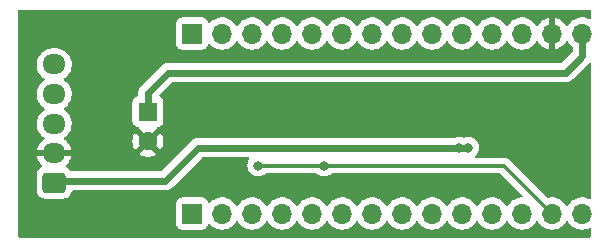
<source format=gbr>
%TF.GenerationSoftware,KiCad,Pcbnew,(6.0.1)*%
%TF.CreationDate,2022-02-11T11:56:36-05:00*%
%TF.ProjectId,POVshield-V3,504f5673-6869-4656-9c64-2d56332e6b69,rev?*%
%TF.SameCoordinates,Original*%
%TF.FileFunction,Copper,L2,Bot*%
%TF.FilePolarity,Positive*%
%FSLAX46Y46*%
G04 Gerber Fmt 4.6, Leading zero omitted, Abs format (unit mm)*
G04 Created by KiCad (PCBNEW (6.0.1)) date 2022-02-11 11:56:36*
%MOMM*%
%LPD*%
G01*
G04 APERTURE LIST*
G04 Aperture macros list*
%AMRoundRect*
0 Rectangle with rounded corners*
0 $1 Rounding radius*
0 $2 $3 $4 $5 $6 $7 $8 $9 X,Y pos of 4 corners*
0 Add a 4 corners polygon primitive as box body*
4,1,4,$2,$3,$4,$5,$6,$7,$8,$9,$2,$3,0*
0 Add four circle primitives for the rounded corners*
1,1,$1+$1,$2,$3*
1,1,$1+$1,$4,$5*
1,1,$1+$1,$6,$7*
1,1,$1+$1,$8,$9*
0 Add four rect primitives between the rounded corners*
20,1,$1+$1,$2,$3,$4,$5,0*
20,1,$1+$1,$4,$5,$6,$7,0*
20,1,$1+$1,$6,$7,$8,$9,0*
20,1,$1+$1,$8,$9,$2,$3,0*%
G04 Aperture macros list end*
%TA.AperFunction,ComponentPad*%
%ADD10C,0.500000*%
%TD*%
%TA.AperFunction,SMDPad,CuDef*%
%ADD11R,3.099999X2.410000*%
%TD*%
%TA.AperFunction,ComponentPad*%
%ADD12R,1.600000X1.600000*%
%TD*%
%TA.AperFunction,ComponentPad*%
%ADD13C,1.600000*%
%TD*%
%TA.AperFunction,ComponentPad*%
%ADD14RoundRect,0.250000X0.725000X-0.600000X0.725000X0.600000X-0.725000X0.600000X-0.725000X-0.600000X0*%
%TD*%
%TA.AperFunction,ComponentPad*%
%ADD15O,1.950000X1.700000*%
%TD*%
%TA.AperFunction,ComponentPad*%
%ADD16R,1.700000X1.700000*%
%TD*%
%TA.AperFunction,ComponentPad*%
%ADD17O,1.700000X1.700000*%
%TD*%
%TA.AperFunction,ViaPad*%
%ADD18C,0.800000*%
%TD*%
%TA.AperFunction,Conductor*%
%ADD19C,0.609600*%
%TD*%
%TA.AperFunction,Conductor*%
%ADD20C,0.304800*%
%TD*%
G04 APERTURE END LIST*
D10*
X118661002Y-100137000D03*
X117361005Y-102047000D03*
X117361005Y-100137000D03*
X116061007Y-102047000D03*
X118661002Y-102047000D03*
X116061007Y-100137000D03*
D11*
X117361005Y-101092000D03*
D12*
X87700000Y-100600000D03*
D13*
X87700000Y-103100000D03*
D14*
X79756000Y-106600000D03*
D15*
X79756000Y-104100000D03*
X79756000Y-101600000D03*
X79756000Y-99100000D03*
X79756000Y-96600000D03*
D16*
X91440000Y-93980000D03*
D17*
X93980000Y-93980000D03*
X96520000Y-93980000D03*
X99060000Y-93980000D03*
X101600000Y-93980000D03*
X104140000Y-93980000D03*
X106680000Y-93980000D03*
X109220000Y-93980000D03*
X111760000Y-93980000D03*
X114300000Y-93980000D03*
X116840000Y-93980000D03*
X119380000Y-93980000D03*
X121920000Y-93980000D03*
X124460000Y-93980000D03*
D16*
X91440000Y-109220000D03*
D17*
X93980000Y-109220000D03*
X96520000Y-109220000D03*
X99060000Y-109220000D03*
X101600000Y-109220000D03*
X104140000Y-109220000D03*
X106680000Y-109220000D03*
X109220000Y-109220000D03*
X111760000Y-109220000D03*
X114300000Y-109220000D03*
X116840000Y-109220000D03*
X119380000Y-109220000D03*
X121920000Y-109220000D03*
X124460000Y-109220000D03*
D18*
X113030000Y-100584000D03*
X101600000Y-106426000D03*
X114300000Y-100076000D03*
X121920000Y-101092000D03*
X120650000Y-101092000D03*
X122936000Y-100076000D03*
X120650000Y-102108000D03*
X121920000Y-102108000D03*
X122936000Y-102108000D03*
X109728000Y-106680000D03*
X114300000Y-102108000D03*
X114300000Y-101092000D03*
X120650000Y-100076000D03*
X112014000Y-100584000D03*
X122936000Y-101092000D03*
X102108000Y-99568000D03*
X121920000Y-100076000D03*
X102616000Y-105156000D03*
X97028000Y-105156000D03*
X114808000Y-103632000D03*
X114046000Y-103632000D03*
D19*
X89408000Y-97282000D02*
X87700000Y-98990000D01*
X91694000Y-97282000D02*
X89408000Y-97282000D01*
X91694000Y-97282000D02*
X123063000Y-97282000D01*
X87700000Y-98990000D02*
X87700000Y-100600000D01*
X124460000Y-95885000D02*
X124460000Y-93980000D01*
X123063000Y-97282000D02*
X124460000Y-95885000D01*
D20*
X117866089Y-105166089D02*
X121920000Y-109220000D01*
X102626089Y-105166089D02*
X117866089Y-105166089D01*
X102616000Y-105156000D02*
X102626089Y-105166089D01*
X102616000Y-105156000D02*
X97028000Y-105156000D01*
D19*
X91948000Y-103632000D02*
X114808000Y-103632000D01*
X79659000Y-106426000D02*
X89154000Y-106426000D01*
X89154000Y-106426000D02*
X91948000Y-103632000D01*
%TA.AperFunction,Conductor*%
G36*
X125164121Y-91968002D02*
G01*
X125210614Y-92021658D01*
X125222000Y-92074000D01*
X125222000Y-92635337D01*
X125201998Y-92703458D01*
X125148342Y-92749951D01*
X125078068Y-92760055D01*
X125035107Y-92745646D01*
X125018789Y-92736638D01*
X125013920Y-92734914D01*
X125013916Y-92734912D01*
X124813087Y-92663795D01*
X124813083Y-92663794D01*
X124808212Y-92662069D01*
X124803119Y-92661162D01*
X124803116Y-92661161D01*
X124593373Y-92623800D01*
X124593367Y-92623799D01*
X124588284Y-92622894D01*
X124514452Y-92621992D01*
X124370081Y-92620228D01*
X124370079Y-92620228D01*
X124364911Y-92620165D01*
X124144091Y-92653955D01*
X123931756Y-92723357D01*
X123733607Y-92826507D01*
X123729474Y-92829610D01*
X123729471Y-92829612D01*
X123559100Y-92957530D01*
X123554965Y-92960635D01*
X123551393Y-92964373D01*
X123443729Y-93077037D01*
X123400629Y-93122138D01*
X123293204Y-93279618D01*
X123292898Y-93280066D01*
X123237987Y-93325069D01*
X123167462Y-93333240D01*
X123103715Y-93301986D01*
X123083018Y-93277502D01*
X123002426Y-93152926D01*
X122996136Y-93144757D01*
X122852806Y-92987240D01*
X122845273Y-92980215D01*
X122678139Y-92848222D01*
X122669552Y-92842517D01*
X122483117Y-92739599D01*
X122473705Y-92735369D01*
X122272959Y-92664280D01*
X122262988Y-92661646D01*
X122191837Y-92648972D01*
X122178540Y-92650432D01*
X122174000Y-92664989D01*
X122174000Y-95298517D01*
X122178064Y-95312359D01*
X122191478Y-95314393D01*
X122198184Y-95313534D01*
X122208262Y-95311392D01*
X122412255Y-95250191D01*
X122421842Y-95246433D01*
X122613095Y-95152739D01*
X122621945Y-95147464D01*
X122795328Y-95023792D01*
X122803200Y-95017139D01*
X122954052Y-94866812D01*
X122960730Y-94858965D01*
X123088022Y-94681819D01*
X123089279Y-94682722D01*
X123136373Y-94639362D01*
X123206311Y-94627145D01*
X123271751Y-94654678D01*
X123299579Y-94686511D01*
X123359987Y-94785088D01*
X123506250Y-94953938D01*
X123510225Y-94957238D01*
X123510228Y-94957241D01*
X123601185Y-95032755D01*
X123640820Y-95091658D01*
X123646700Y-95129699D01*
X123646700Y-95495930D01*
X123626698Y-95564051D01*
X123609795Y-95585025D01*
X122763025Y-96431795D01*
X122700713Y-96465821D01*
X122673930Y-96468700D01*
X89417263Y-96468700D01*
X89415944Y-96468693D01*
X89325291Y-96467744D01*
X89318405Y-96469233D01*
X89318403Y-96469233D01*
X89299670Y-96473284D01*
X89282630Y-96476968D01*
X89270051Y-96479028D01*
X89233671Y-96483108D01*
X89233668Y-96483109D01*
X89226675Y-96483893D01*
X89194774Y-96495002D01*
X89179964Y-96499164D01*
X89153839Y-96504812D01*
X89153836Y-96504813D01*
X89146949Y-96506302D01*
X89140562Y-96509280D01*
X89140560Y-96509281D01*
X89107390Y-96524749D01*
X89095581Y-96529545D01*
X89054361Y-96543899D01*
X89048386Y-96547633D01*
X89048381Y-96547635D01*
X89025720Y-96561795D01*
X89012201Y-96569136D01*
X88987963Y-96580438D01*
X88987959Y-96580440D01*
X88981582Y-96583414D01*
X88976023Y-96587726D01*
X88976015Y-96587731D01*
X88947092Y-96610167D01*
X88936634Y-96617463D01*
X88899624Y-96640589D01*
X88894624Y-96645555D01*
X88894622Y-96645556D01*
X88870656Y-96669356D01*
X88870018Y-96669953D01*
X88869347Y-96670473D01*
X88843089Y-96696731D01*
X88770154Y-96769159D01*
X88769494Y-96770200D01*
X88768385Y-96771435D01*
X87131531Y-98408289D01*
X87130594Y-98409218D01*
X87065750Y-98472718D01*
X87061936Y-98478636D01*
X87061932Y-98478641D01*
X87042105Y-98509407D01*
X87034666Y-98519760D01*
X87007437Y-98553869D01*
X87004372Y-98560209D01*
X87004369Y-98560214D01*
X86992735Y-98584279D01*
X86985208Y-98597692D01*
X86970726Y-98620164D01*
X86970723Y-98620171D01*
X86966908Y-98626090D01*
X86964498Y-98632710D01*
X86964498Y-98632711D01*
X86951979Y-98667107D01*
X86947018Y-98678851D01*
X86932826Y-98708209D01*
X86928023Y-98718144D01*
X86920423Y-98751064D01*
X86916057Y-98765799D01*
X86906911Y-98790928D01*
X86906909Y-98790934D01*
X86904502Y-98797549D01*
X86902611Y-98812516D01*
X86899031Y-98840859D01*
X86896797Y-98853400D01*
X86886978Y-98895930D01*
X86886953Y-98902976D01*
X86886953Y-98902979D01*
X86886835Y-98936741D01*
X86886805Y-98937634D01*
X86886700Y-98938470D01*
X86886700Y-98975560D01*
X86886341Y-99078392D01*
X86886611Y-99079598D01*
X86886700Y-99081247D01*
X86886700Y-99176648D01*
X86866698Y-99244769D01*
X86813042Y-99291262D01*
X86794076Y-99297778D01*
X86789684Y-99298255D01*
X86653295Y-99349385D01*
X86536739Y-99436739D01*
X86449385Y-99553295D01*
X86398255Y-99689684D01*
X86391500Y-99751866D01*
X86391500Y-101448134D01*
X86398255Y-101510316D01*
X86449385Y-101646705D01*
X86536739Y-101763261D01*
X86653295Y-101850615D01*
X86789684Y-101901745D01*
X86833252Y-101906478D01*
X86848486Y-101908133D01*
X86848489Y-101908133D01*
X86851866Y-101908500D01*
X86855185Y-101908500D01*
X86922110Y-101932153D01*
X86957804Y-101978156D01*
X86959734Y-101977141D01*
X86965442Y-101988000D01*
X86965632Y-101988245D01*
X86965653Y-101988403D01*
X86985644Y-102026434D01*
X87687188Y-102727978D01*
X87701132Y-102735592D01*
X87702965Y-102735461D01*
X87709580Y-102731210D01*
X88415077Y-102025713D01*
X88437871Y-101983971D01*
X88440047Y-101973971D01*
X88490253Y-101923773D01*
X88543814Y-101908549D01*
X88544719Y-101908500D01*
X88548134Y-101908500D01*
X88551530Y-101908131D01*
X88551532Y-101908131D01*
X88563879Y-101906790D01*
X88610316Y-101901745D01*
X88746705Y-101850615D01*
X88863261Y-101763261D01*
X88950615Y-101646705D01*
X89001745Y-101510316D01*
X89008500Y-101448134D01*
X89008500Y-99751866D01*
X89001745Y-99689684D01*
X88950615Y-99553295D01*
X88863261Y-99436739D01*
X88746705Y-99349385D01*
X88738297Y-99346233D01*
X88730425Y-99341923D01*
X88731853Y-99339315D01*
X88687053Y-99305659D01*
X88662355Y-99239097D01*
X88677564Y-99169748D01*
X88698954Y-99141226D01*
X89707975Y-98132205D01*
X89770287Y-98098179D01*
X89797070Y-98095300D01*
X123053783Y-98095300D01*
X123055104Y-98095307D01*
X123145709Y-98096256D01*
X123188370Y-98087032D01*
X123200949Y-98084972D01*
X123237329Y-98080892D01*
X123237332Y-98080891D01*
X123244325Y-98080107D01*
X123276226Y-98068998D01*
X123291036Y-98064836D01*
X123324051Y-98057698D01*
X123330440Y-98054719D01*
X123363619Y-98039248D01*
X123375429Y-98034452D01*
X123416639Y-98020101D01*
X123445283Y-98002202D01*
X123458792Y-97994867D01*
X123489419Y-97980585D01*
X123523910Y-97953831D01*
X123534366Y-97946537D01*
X123565400Y-97927145D01*
X123571376Y-97923411D01*
X123600344Y-97894644D01*
X123600982Y-97894047D01*
X123601653Y-97893527D01*
X123627911Y-97867269D01*
X123700846Y-97794841D01*
X123701506Y-97793800D01*
X123702615Y-97792565D01*
X125006905Y-96488275D01*
X125069217Y-96454249D01*
X125140032Y-96459314D01*
X125196868Y-96501861D01*
X125221679Y-96568381D01*
X125222000Y-96577370D01*
X125222000Y-107875337D01*
X125201998Y-107943458D01*
X125148342Y-107989951D01*
X125078068Y-108000055D01*
X125035107Y-107985646D01*
X125018789Y-107976638D01*
X125013920Y-107974914D01*
X125013916Y-107974912D01*
X124813087Y-107903795D01*
X124813083Y-107903794D01*
X124808212Y-107902069D01*
X124803119Y-107901162D01*
X124803116Y-107901161D01*
X124593373Y-107863800D01*
X124593367Y-107863799D01*
X124588284Y-107862894D01*
X124514452Y-107861992D01*
X124370081Y-107860228D01*
X124370079Y-107860228D01*
X124364911Y-107860165D01*
X124144091Y-107893955D01*
X123931756Y-107963357D01*
X123733607Y-108066507D01*
X123729474Y-108069610D01*
X123729471Y-108069612D01*
X123559100Y-108197530D01*
X123554965Y-108200635D01*
X123551393Y-108204373D01*
X123443729Y-108317037D01*
X123400629Y-108362138D01*
X123293201Y-108519621D01*
X123238293Y-108564621D01*
X123167768Y-108572792D01*
X123104021Y-108541538D01*
X123083324Y-108517054D01*
X123002822Y-108392617D01*
X123002820Y-108392614D01*
X123000014Y-108388277D01*
X122849670Y-108223051D01*
X122845619Y-108219852D01*
X122845615Y-108219848D01*
X122678414Y-108087800D01*
X122678410Y-108087798D01*
X122674359Y-108084598D01*
X122478789Y-107976638D01*
X122473920Y-107974914D01*
X122473916Y-107974912D01*
X122273087Y-107903795D01*
X122273083Y-107903794D01*
X122268212Y-107902069D01*
X122263119Y-107901162D01*
X122263116Y-107901161D01*
X122053373Y-107863800D01*
X122053367Y-107863799D01*
X122048284Y-107862894D01*
X121974452Y-107861992D01*
X121830081Y-107860228D01*
X121830079Y-107860228D01*
X121824911Y-107860165D01*
X121604091Y-107893955D01*
X121603806Y-107892093D01*
X121541055Y-107888829D01*
X121493689Y-107859035D01*
X118352703Y-104718050D01*
X118346849Y-104711784D01*
X118316559Y-104677062D01*
X118311565Y-104671337D01*
X118262987Y-104637196D01*
X118257693Y-104633264D01*
X118216944Y-104601312D01*
X118216945Y-104601312D01*
X118210968Y-104596626D01*
X118204044Y-104593500D01*
X118197913Y-104589787D01*
X118193293Y-104587151D01*
X118186911Y-104583729D01*
X118180692Y-104579358D01*
X118125375Y-104557790D01*
X118119296Y-104555235D01*
X118065177Y-104530800D01*
X118057701Y-104529414D01*
X118050823Y-104527259D01*
X118045698Y-104525799D01*
X118038734Y-104524011D01*
X118031655Y-104521251D01*
X118024123Y-104520259D01*
X118024121Y-104520259D01*
X117998893Y-104516938D01*
X117972789Y-104513502D01*
X117966291Y-104512473D01*
X117907892Y-104501649D01*
X117900312Y-104502086D01*
X117900311Y-104502086D01*
X117850122Y-104504980D01*
X117842869Y-104505189D01*
X115527284Y-104505189D01*
X115459163Y-104485187D01*
X115412670Y-104431531D01*
X115402566Y-104361257D01*
X115433648Y-104294879D01*
X115542621Y-104173852D01*
X115542622Y-104173851D01*
X115547040Y-104168944D01*
X115642527Y-104003556D01*
X115701542Y-103821928D01*
X115702476Y-103813048D01*
X115720814Y-103638565D01*
X115721504Y-103632000D01*
X115707522Y-103498971D01*
X115702232Y-103448635D01*
X115702232Y-103448633D01*
X115701542Y-103442072D01*
X115642527Y-103260444D01*
X115547040Y-103095056D01*
X115481394Y-103022148D01*
X115423675Y-102958045D01*
X115423674Y-102958044D01*
X115419253Y-102953134D01*
X115264752Y-102840882D01*
X115258724Y-102838198D01*
X115258722Y-102838197D01*
X115096319Y-102765891D01*
X115096318Y-102765891D01*
X115090288Y-102763206D01*
X114989718Y-102741829D01*
X114909944Y-102724872D01*
X114909939Y-102724872D01*
X114903487Y-102723500D01*
X114712513Y-102723500D01*
X114706061Y-102724872D01*
X114706056Y-102724872D01*
X114567340Y-102754358D01*
X114525712Y-102763206D01*
X114519679Y-102765892D01*
X114519676Y-102765893D01*
X114478248Y-102784338D01*
X114407881Y-102793772D01*
X114375752Y-102784338D01*
X114334324Y-102765893D01*
X114334321Y-102765892D01*
X114328288Y-102763206D01*
X114286660Y-102754358D01*
X114147944Y-102724872D01*
X114147939Y-102724872D01*
X114141487Y-102723500D01*
X113950513Y-102723500D01*
X113944061Y-102724872D01*
X113944056Y-102724872D01*
X113864282Y-102741829D01*
X113763712Y-102763206D01*
X113757682Y-102765891D01*
X113757681Y-102765891D01*
X113663536Y-102807807D01*
X113612287Y-102818700D01*
X91957263Y-102818700D01*
X91955944Y-102818693D01*
X91865291Y-102817744D01*
X91858405Y-102819233D01*
X91858403Y-102819233D01*
X91839670Y-102823284D01*
X91822630Y-102826968D01*
X91810051Y-102829028D01*
X91773671Y-102833108D01*
X91773668Y-102833109D01*
X91766675Y-102833893D01*
X91735460Y-102844763D01*
X91734774Y-102845002D01*
X91719964Y-102849164D01*
X91693839Y-102854812D01*
X91693836Y-102854813D01*
X91686949Y-102856302D01*
X91680562Y-102859280D01*
X91680560Y-102859281D01*
X91647390Y-102874749D01*
X91635581Y-102879545D01*
X91594361Y-102893899D01*
X91588386Y-102897633D01*
X91588381Y-102897635D01*
X91565720Y-102911795D01*
X91552201Y-102919136D01*
X91527963Y-102930438D01*
X91527959Y-102930440D01*
X91521582Y-102933414D01*
X91516023Y-102937726D01*
X91516015Y-102937731D01*
X91487092Y-102960167D01*
X91476634Y-102967463D01*
X91439624Y-102990589D01*
X91434624Y-102995555D01*
X91434622Y-102995556D01*
X91410656Y-103019356D01*
X91410018Y-103019953D01*
X91409347Y-103020473D01*
X91383089Y-103046731D01*
X91323934Y-103105475D01*
X91310154Y-103119159D01*
X91309494Y-103120200D01*
X91308385Y-103121435D01*
X88854025Y-105575795D01*
X88791713Y-105609821D01*
X88764930Y-105612700D01*
X81203547Y-105612700D01*
X81135426Y-105592698D01*
X81096404Y-105553004D01*
X81079478Y-105525652D01*
X80954303Y-105400695D01*
X80808220Y-105310647D01*
X80760727Y-105257876D01*
X80749303Y-105187804D01*
X80777577Y-105122680D01*
X80787364Y-105112218D01*
X80897906Y-105006766D01*
X80904941Y-104998814D01*
X81036141Y-104822475D01*
X81041745Y-104813438D01*
X81141357Y-104617516D01*
X81145357Y-104607665D01*
X81210534Y-104397760D01*
X81212817Y-104387376D01*
X81214861Y-104371957D01*
X81212665Y-104357793D01*
X81199478Y-104354000D01*
X78314808Y-104354000D01*
X78301277Y-104357973D01*
X78299752Y-104368580D01*
X78324477Y-104486421D01*
X78327537Y-104496617D01*
X78408263Y-104701029D01*
X78412994Y-104710561D01*
X78527016Y-104898462D01*
X78533280Y-104907052D01*
X78677327Y-105073052D01*
X78684956Y-105080470D01*
X78716569Y-105106391D01*
X78756564Y-105165051D01*
X78758496Y-105236021D01*
X78721752Y-105296770D01*
X78702983Y-105310969D01*
X78556652Y-105401522D01*
X78431695Y-105526697D01*
X78338885Y-105677262D01*
X78283203Y-105845139D01*
X78272500Y-105949600D01*
X78272500Y-107250400D01*
X78272837Y-107253646D01*
X78272837Y-107253650D01*
X78281931Y-107341290D01*
X78283474Y-107356166D01*
X78339450Y-107523946D01*
X78432522Y-107674348D01*
X78557697Y-107799305D01*
X78563927Y-107803145D01*
X78563928Y-107803146D01*
X78701090Y-107887694D01*
X78708262Y-107892115D01*
X78769869Y-107912549D01*
X78869611Y-107945632D01*
X78869613Y-107945632D01*
X78876139Y-107947797D01*
X78882975Y-107948497D01*
X78882978Y-107948498D01*
X78926031Y-107952909D01*
X78980600Y-107958500D01*
X80531400Y-107958500D01*
X80534646Y-107958163D01*
X80534650Y-107958163D01*
X80630308Y-107948238D01*
X80630312Y-107948237D01*
X80637166Y-107947526D01*
X80643702Y-107945345D01*
X80643704Y-107945345D01*
X80792921Y-107895562D01*
X80804946Y-107891550D01*
X80955348Y-107798478D01*
X81080305Y-107673303D01*
X81173115Y-107522738D01*
X81228797Y-107354861D01*
X81229498Y-107348022D01*
X81230941Y-107341290D01*
X81233393Y-107341816D01*
X81255874Y-107286743D01*
X81313984Y-107245953D01*
X81354387Y-107239300D01*
X89144783Y-107239300D01*
X89146104Y-107239307D01*
X89236709Y-107240256D01*
X89279370Y-107231032D01*
X89291949Y-107228972D01*
X89328329Y-107224892D01*
X89328332Y-107224891D01*
X89335325Y-107224107D01*
X89367226Y-107212998D01*
X89382036Y-107208836D01*
X89415051Y-107201698D01*
X89421440Y-107198719D01*
X89454619Y-107183248D01*
X89466429Y-107178452D01*
X89507639Y-107164101D01*
X89536283Y-107146202D01*
X89549792Y-107138867D01*
X89580419Y-107124585D01*
X89614910Y-107097831D01*
X89625366Y-107090537D01*
X89656400Y-107071145D01*
X89662376Y-107067411D01*
X89691344Y-107038644D01*
X89691982Y-107038047D01*
X89692653Y-107037527D01*
X89718911Y-107011269D01*
X89791846Y-106938841D01*
X89792506Y-106937800D01*
X89793615Y-106936565D01*
X92247975Y-104482205D01*
X92310287Y-104448179D01*
X92337070Y-104445300D01*
X96171040Y-104445300D01*
X96239161Y-104465302D01*
X96285654Y-104518958D01*
X96295758Y-104589232D01*
X96280159Y-104634299D01*
X96193473Y-104784444D01*
X96134458Y-104966072D01*
X96114496Y-105156000D01*
X96115186Y-105162565D01*
X96130460Y-105307885D01*
X96134458Y-105345928D01*
X96193473Y-105527556D01*
X96288960Y-105692944D01*
X96293378Y-105697851D01*
X96293379Y-105697852D01*
X96409839Y-105827194D01*
X96416747Y-105834866D01*
X96571248Y-105947118D01*
X96577276Y-105949802D01*
X96577278Y-105949803D01*
X96584048Y-105952817D01*
X96745712Y-106024794D01*
X96839113Y-106044647D01*
X96926056Y-106063128D01*
X96926061Y-106063128D01*
X96932513Y-106064500D01*
X97123487Y-106064500D01*
X97129939Y-106063128D01*
X97129944Y-106063128D01*
X97216887Y-106044647D01*
X97310288Y-106024794D01*
X97471952Y-105952817D01*
X97478722Y-105949803D01*
X97478724Y-105949802D01*
X97484752Y-105947118D01*
X97615701Y-105851978D01*
X97630860Y-105840964D01*
X97697728Y-105817106D01*
X97704921Y-105816900D01*
X101939079Y-105816900D01*
X102007200Y-105836902D01*
X102013140Y-105840964D01*
X102028300Y-105851978D01*
X102159248Y-105947118D01*
X102165276Y-105949802D01*
X102165278Y-105949803D01*
X102172048Y-105952817D01*
X102333712Y-106024794D01*
X102427113Y-106044647D01*
X102514056Y-106063128D01*
X102514061Y-106063128D01*
X102520513Y-106064500D01*
X102711487Y-106064500D01*
X102717939Y-106063128D01*
X102717944Y-106063128D01*
X102804887Y-106044647D01*
X102898288Y-106024794D01*
X103059952Y-105952817D01*
X103066722Y-105949803D01*
X103066724Y-105949802D01*
X103072752Y-105947118D01*
X103187300Y-105863894D01*
X103204974Y-105851053D01*
X103271842Y-105827194D01*
X103279035Y-105826989D01*
X117540145Y-105826989D01*
X117608266Y-105846991D01*
X117629240Y-105863894D01*
X119410857Y-107645510D01*
X119444882Y-107707822D01*
X119439818Y-107778637D01*
X119397271Y-107835473D01*
X119330751Y-107860284D01*
X119320224Y-107860596D01*
X119290081Y-107860228D01*
X119290079Y-107860228D01*
X119284911Y-107860165D01*
X119064091Y-107893955D01*
X118851756Y-107963357D01*
X118653607Y-108066507D01*
X118649474Y-108069610D01*
X118649471Y-108069612D01*
X118479100Y-108197530D01*
X118474965Y-108200635D01*
X118471393Y-108204373D01*
X118363729Y-108317037D01*
X118320629Y-108362138D01*
X118213201Y-108519621D01*
X118158293Y-108564621D01*
X118087768Y-108572792D01*
X118024021Y-108541538D01*
X118003324Y-108517054D01*
X117922822Y-108392617D01*
X117922820Y-108392614D01*
X117920014Y-108388277D01*
X117769670Y-108223051D01*
X117765619Y-108219852D01*
X117765615Y-108219848D01*
X117598414Y-108087800D01*
X117598410Y-108087798D01*
X117594359Y-108084598D01*
X117398789Y-107976638D01*
X117393920Y-107974914D01*
X117393916Y-107974912D01*
X117193087Y-107903795D01*
X117193083Y-107903794D01*
X117188212Y-107902069D01*
X117183119Y-107901162D01*
X117183116Y-107901161D01*
X116973373Y-107863800D01*
X116973367Y-107863799D01*
X116968284Y-107862894D01*
X116894452Y-107861992D01*
X116750081Y-107860228D01*
X116750079Y-107860228D01*
X116744911Y-107860165D01*
X116524091Y-107893955D01*
X116311756Y-107963357D01*
X116113607Y-108066507D01*
X116109474Y-108069610D01*
X116109471Y-108069612D01*
X115939100Y-108197530D01*
X115934965Y-108200635D01*
X115931393Y-108204373D01*
X115823729Y-108317037D01*
X115780629Y-108362138D01*
X115673201Y-108519621D01*
X115618293Y-108564621D01*
X115547768Y-108572792D01*
X115484021Y-108541538D01*
X115463324Y-108517054D01*
X115382822Y-108392617D01*
X115382820Y-108392614D01*
X115380014Y-108388277D01*
X115229670Y-108223051D01*
X115225619Y-108219852D01*
X115225615Y-108219848D01*
X115058414Y-108087800D01*
X115058410Y-108087798D01*
X115054359Y-108084598D01*
X114858789Y-107976638D01*
X114853920Y-107974914D01*
X114853916Y-107974912D01*
X114653087Y-107903795D01*
X114653083Y-107903794D01*
X114648212Y-107902069D01*
X114643119Y-107901162D01*
X114643116Y-107901161D01*
X114433373Y-107863800D01*
X114433367Y-107863799D01*
X114428284Y-107862894D01*
X114354452Y-107861992D01*
X114210081Y-107860228D01*
X114210079Y-107860228D01*
X114204911Y-107860165D01*
X113984091Y-107893955D01*
X113771756Y-107963357D01*
X113573607Y-108066507D01*
X113569474Y-108069610D01*
X113569471Y-108069612D01*
X113399100Y-108197530D01*
X113394965Y-108200635D01*
X113391393Y-108204373D01*
X113283729Y-108317037D01*
X113240629Y-108362138D01*
X113133201Y-108519621D01*
X113078293Y-108564621D01*
X113007768Y-108572792D01*
X112944021Y-108541538D01*
X112923324Y-108517054D01*
X112842822Y-108392617D01*
X112842820Y-108392614D01*
X112840014Y-108388277D01*
X112689670Y-108223051D01*
X112685619Y-108219852D01*
X112685615Y-108219848D01*
X112518414Y-108087800D01*
X112518410Y-108087798D01*
X112514359Y-108084598D01*
X112318789Y-107976638D01*
X112313920Y-107974914D01*
X112313916Y-107974912D01*
X112113087Y-107903795D01*
X112113083Y-107903794D01*
X112108212Y-107902069D01*
X112103119Y-107901162D01*
X112103116Y-107901161D01*
X111893373Y-107863800D01*
X111893367Y-107863799D01*
X111888284Y-107862894D01*
X111814452Y-107861992D01*
X111670081Y-107860228D01*
X111670079Y-107860228D01*
X111664911Y-107860165D01*
X111444091Y-107893955D01*
X111231756Y-107963357D01*
X111033607Y-108066507D01*
X111029474Y-108069610D01*
X111029471Y-108069612D01*
X110859100Y-108197530D01*
X110854965Y-108200635D01*
X110851393Y-108204373D01*
X110743729Y-108317037D01*
X110700629Y-108362138D01*
X110593201Y-108519621D01*
X110538293Y-108564621D01*
X110467768Y-108572792D01*
X110404021Y-108541538D01*
X110383324Y-108517054D01*
X110302822Y-108392617D01*
X110302820Y-108392614D01*
X110300014Y-108388277D01*
X110149670Y-108223051D01*
X110145619Y-108219852D01*
X110145615Y-108219848D01*
X109978414Y-108087800D01*
X109978410Y-108087798D01*
X109974359Y-108084598D01*
X109778789Y-107976638D01*
X109773920Y-107974914D01*
X109773916Y-107974912D01*
X109573087Y-107903795D01*
X109573083Y-107903794D01*
X109568212Y-107902069D01*
X109563119Y-107901162D01*
X109563116Y-107901161D01*
X109353373Y-107863800D01*
X109353367Y-107863799D01*
X109348284Y-107862894D01*
X109274452Y-107861992D01*
X109130081Y-107860228D01*
X109130079Y-107860228D01*
X109124911Y-107860165D01*
X108904091Y-107893955D01*
X108691756Y-107963357D01*
X108493607Y-108066507D01*
X108489474Y-108069610D01*
X108489471Y-108069612D01*
X108319100Y-108197530D01*
X108314965Y-108200635D01*
X108311393Y-108204373D01*
X108203729Y-108317037D01*
X108160629Y-108362138D01*
X108053201Y-108519621D01*
X107998293Y-108564621D01*
X107927768Y-108572792D01*
X107864021Y-108541538D01*
X107843324Y-108517054D01*
X107762822Y-108392617D01*
X107762820Y-108392614D01*
X107760014Y-108388277D01*
X107609670Y-108223051D01*
X107605619Y-108219852D01*
X107605615Y-108219848D01*
X107438414Y-108087800D01*
X107438410Y-108087798D01*
X107434359Y-108084598D01*
X107238789Y-107976638D01*
X107233920Y-107974914D01*
X107233916Y-107974912D01*
X107033087Y-107903795D01*
X107033083Y-107903794D01*
X107028212Y-107902069D01*
X107023119Y-107901162D01*
X107023116Y-107901161D01*
X106813373Y-107863800D01*
X106813367Y-107863799D01*
X106808284Y-107862894D01*
X106734452Y-107861992D01*
X106590081Y-107860228D01*
X106590079Y-107860228D01*
X106584911Y-107860165D01*
X106364091Y-107893955D01*
X106151756Y-107963357D01*
X105953607Y-108066507D01*
X105949474Y-108069610D01*
X105949471Y-108069612D01*
X105779100Y-108197530D01*
X105774965Y-108200635D01*
X105771393Y-108204373D01*
X105663729Y-108317037D01*
X105620629Y-108362138D01*
X105513201Y-108519621D01*
X105458293Y-108564621D01*
X105387768Y-108572792D01*
X105324021Y-108541538D01*
X105303324Y-108517054D01*
X105222822Y-108392617D01*
X105222820Y-108392614D01*
X105220014Y-108388277D01*
X105069670Y-108223051D01*
X105065619Y-108219852D01*
X105065615Y-108219848D01*
X104898414Y-108087800D01*
X104898410Y-108087798D01*
X104894359Y-108084598D01*
X104698789Y-107976638D01*
X104693920Y-107974914D01*
X104693916Y-107974912D01*
X104493087Y-107903795D01*
X104493083Y-107903794D01*
X104488212Y-107902069D01*
X104483119Y-107901162D01*
X104483116Y-107901161D01*
X104273373Y-107863800D01*
X104273367Y-107863799D01*
X104268284Y-107862894D01*
X104194452Y-107861992D01*
X104050081Y-107860228D01*
X104050079Y-107860228D01*
X104044911Y-107860165D01*
X103824091Y-107893955D01*
X103611756Y-107963357D01*
X103413607Y-108066507D01*
X103409474Y-108069610D01*
X103409471Y-108069612D01*
X103239100Y-108197530D01*
X103234965Y-108200635D01*
X103231393Y-108204373D01*
X103123729Y-108317037D01*
X103080629Y-108362138D01*
X102973201Y-108519621D01*
X102918293Y-108564621D01*
X102847768Y-108572792D01*
X102784021Y-108541538D01*
X102763324Y-108517054D01*
X102682822Y-108392617D01*
X102682820Y-108392614D01*
X102680014Y-108388277D01*
X102529670Y-108223051D01*
X102525619Y-108219852D01*
X102525615Y-108219848D01*
X102358414Y-108087800D01*
X102358410Y-108087798D01*
X102354359Y-108084598D01*
X102158789Y-107976638D01*
X102153920Y-107974914D01*
X102153916Y-107974912D01*
X101953087Y-107903795D01*
X101953083Y-107903794D01*
X101948212Y-107902069D01*
X101943119Y-107901162D01*
X101943116Y-107901161D01*
X101733373Y-107863800D01*
X101733367Y-107863799D01*
X101728284Y-107862894D01*
X101654452Y-107861992D01*
X101510081Y-107860228D01*
X101510079Y-107860228D01*
X101504911Y-107860165D01*
X101284091Y-107893955D01*
X101071756Y-107963357D01*
X100873607Y-108066507D01*
X100869474Y-108069610D01*
X100869471Y-108069612D01*
X100699100Y-108197530D01*
X100694965Y-108200635D01*
X100691393Y-108204373D01*
X100583729Y-108317037D01*
X100540629Y-108362138D01*
X100433201Y-108519621D01*
X100378293Y-108564621D01*
X100307768Y-108572792D01*
X100244021Y-108541538D01*
X100223324Y-108517054D01*
X100142822Y-108392617D01*
X100142820Y-108392614D01*
X100140014Y-108388277D01*
X99989670Y-108223051D01*
X99985619Y-108219852D01*
X99985615Y-108219848D01*
X99818414Y-108087800D01*
X99818410Y-108087798D01*
X99814359Y-108084598D01*
X99618789Y-107976638D01*
X99613920Y-107974914D01*
X99613916Y-107974912D01*
X99413087Y-107903795D01*
X99413083Y-107903794D01*
X99408212Y-107902069D01*
X99403119Y-107901162D01*
X99403116Y-107901161D01*
X99193373Y-107863800D01*
X99193367Y-107863799D01*
X99188284Y-107862894D01*
X99114452Y-107861992D01*
X98970081Y-107860228D01*
X98970079Y-107860228D01*
X98964911Y-107860165D01*
X98744091Y-107893955D01*
X98531756Y-107963357D01*
X98333607Y-108066507D01*
X98329474Y-108069610D01*
X98329471Y-108069612D01*
X98159100Y-108197530D01*
X98154965Y-108200635D01*
X98151393Y-108204373D01*
X98043729Y-108317037D01*
X98000629Y-108362138D01*
X97893201Y-108519621D01*
X97838293Y-108564621D01*
X97767768Y-108572792D01*
X97704021Y-108541538D01*
X97683324Y-108517054D01*
X97602822Y-108392617D01*
X97602820Y-108392614D01*
X97600014Y-108388277D01*
X97449670Y-108223051D01*
X97445619Y-108219852D01*
X97445615Y-108219848D01*
X97278414Y-108087800D01*
X97278410Y-108087798D01*
X97274359Y-108084598D01*
X97078789Y-107976638D01*
X97073920Y-107974914D01*
X97073916Y-107974912D01*
X96873087Y-107903795D01*
X96873083Y-107903794D01*
X96868212Y-107902069D01*
X96863119Y-107901162D01*
X96863116Y-107901161D01*
X96653373Y-107863800D01*
X96653367Y-107863799D01*
X96648284Y-107862894D01*
X96574452Y-107861992D01*
X96430081Y-107860228D01*
X96430079Y-107860228D01*
X96424911Y-107860165D01*
X96204091Y-107893955D01*
X95991756Y-107963357D01*
X95793607Y-108066507D01*
X95789474Y-108069610D01*
X95789471Y-108069612D01*
X95619100Y-108197530D01*
X95614965Y-108200635D01*
X95611393Y-108204373D01*
X95503729Y-108317037D01*
X95460629Y-108362138D01*
X95353201Y-108519621D01*
X95298293Y-108564621D01*
X95227768Y-108572792D01*
X95164021Y-108541538D01*
X95143324Y-108517054D01*
X95062822Y-108392617D01*
X95062820Y-108392614D01*
X95060014Y-108388277D01*
X94909670Y-108223051D01*
X94905619Y-108219852D01*
X94905615Y-108219848D01*
X94738414Y-108087800D01*
X94738410Y-108087798D01*
X94734359Y-108084598D01*
X94538789Y-107976638D01*
X94533920Y-107974914D01*
X94533916Y-107974912D01*
X94333087Y-107903795D01*
X94333083Y-107903794D01*
X94328212Y-107902069D01*
X94323119Y-107901162D01*
X94323116Y-107901161D01*
X94113373Y-107863800D01*
X94113367Y-107863799D01*
X94108284Y-107862894D01*
X94034452Y-107861992D01*
X93890081Y-107860228D01*
X93890079Y-107860228D01*
X93884911Y-107860165D01*
X93664091Y-107893955D01*
X93451756Y-107963357D01*
X93253607Y-108066507D01*
X93249474Y-108069610D01*
X93249471Y-108069612D01*
X93079100Y-108197530D01*
X93074965Y-108200635D01*
X93018537Y-108259684D01*
X92994283Y-108285064D01*
X92932759Y-108320494D01*
X92861846Y-108317037D01*
X92804060Y-108275791D01*
X92785207Y-108242243D01*
X92743767Y-108131703D01*
X92740615Y-108123295D01*
X92653261Y-108006739D01*
X92536705Y-107919385D01*
X92400316Y-107868255D01*
X92338134Y-107861500D01*
X90541866Y-107861500D01*
X90479684Y-107868255D01*
X90343295Y-107919385D01*
X90226739Y-108006739D01*
X90139385Y-108123295D01*
X90088255Y-108259684D01*
X90081500Y-108321866D01*
X90081500Y-110118134D01*
X90088255Y-110180316D01*
X90139385Y-110316705D01*
X90226739Y-110433261D01*
X90343295Y-110520615D01*
X90479684Y-110571745D01*
X90541866Y-110578500D01*
X92338134Y-110578500D01*
X92400316Y-110571745D01*
X92536705Y-110520615D01*
X92653261Y-110433261D01*
X92740615Y-110316705D01*
X92762799Y-110257529D01*
X92784598Y-110199382D01*
X92827240Y-110142618D01*
X92893802Y-110117918D01*
X92963150Y-110133126D01*
X92997817Y-110161114D01*
X93026250Y-110193938D01*
X93198126Y-110336632D01*
X93391000Y-110449338D01*
X93599692Y-110529030D01*
X93604760Y-110530061D01*
X93604763Y-110530062D01*
X93712017Y-110551883D01*
X93818597Y-110573567D01*
X93823772Y-110573757D01*
X93823774Y-110573757D01*
X94036673Y-110581564D01*
X94036677Y-110581564D01*
X94041837Y-110581753D01*
X94046957Y-110581097D01*
X94046959Y-110581097D01*
X94258288Y-110554025D01*
X94258289Y-110554025D01*
X94263416Y-110553368D01*
X94268366Y-110551883D01*
X94472429Y-110490661D01*
X94472434Y-110490659D01*
X94477384Y-110489174D01*
X94677994Y-110390896D01*
X94859860Y-110261173D01*
X95018096Y-110103489D01*
X95148453Y-109922077D01*
X95149776Y-109923028D01*
X95196645Y-109879857D01*
X95266580Y-109867625D01*
X95332026Y-109895144D01*
X95359875Y-109926994D01*
X95419987Y-110025088D01*
X95566250Y-110193938D01*
X95738126Y-110336632D01*
X95931000Y-110449338D01*
X96139692Y-110529030D01*
X96144760Y-110530061D01*
X96144763Y-110530062D01*
X96252017Y-110551883D01*
X96358597Y-110573567D01*
X96363772Y-110573757D01*
X96363774Y-110573757D01*
X96576673Y-110581564D01*
X96576677Y-110581564D01*
X96581837Y-110581753D01*
X96586957Y-110581097D01*
X96586959Y-110581097D01*
X96798288Y-110554025D01*
X96798289Y-110554025D01*
X96803416Y-110553368D01*
X96808366Y-110551883D01*
X97012429Y-110490661D01*
X97012434Y-110490659D01*
X97017384Y-110489174D01*
X97217994Y-110390896D01*
X97399860Y-110261173D01*
X97558096Y-110103489D01*
X97688453Y-109922077D01*
X97689776Y-109923028D01*
X97736645Y-109879857D01*
X97806580Y-109867625D01*
X97872026Y-109895144D01*
X97899875Y-109926994D01*
X97959987Y-110025088D01*
X98106250Y-110193938D01*
X98278126Y-110336632D01*
X98471000Y-110449338D01*
X98679692Y-110529030D01*
X98684760Y-110530061D01*
X98684763Y-110530062D01*
X98792017Y-110551883D01*
X98898597Y-110573567D01*
X98903772Y-110573757D01*
X98903774Y-110573757D01*
X99116673Y-110581564D01*
X99116677Y-110581564D01*
X99121837Y-110581753D01*
X99126957Y-110581097D01*
X99126959Y-110581097D01*
X99338288Y-110554025D01*
X99338289Y-110554025D01*
X99343416Y-110553368D01*
X99348366Y-110551883D01*
X99552429Y-110490661D01*
X99552434Y-110490659D01*
X99557384Y-110489174D01*
X99757994Y-110390896D01*
X99939860Y-110261173D01*
X100098096Y-110103489D01*
X100228453Y-109922077D01*
X100229776Y-109923028D01*
X100276645Y-109879857D01*
X100346580Y-109867625D01*
X100412026Y-109895144D01*
X100439875Y-109926994D01*
X100499987Y-110025088D01*
X100646250Y-110193938D01*
X100818126Y-110336632D01*
X101011000Y-110449338D01*
X101219692Y-110529030D01*
X101224760Y-110530061D01*
X101224763Y-110530062D01*
X101332017Y-110551883D01*
X101438597Y-110573567D01*
X101443772Y-110573757D01*
X101443774Y-110573757D01*
X101656673Y-110581564D01*
X101656677Y-110581564D01*
X101661837Y-110581753D01*
X101666957Y-110581097D01*
X101666959Y-110581097D01*
X101878288Y-110554025D01*
X101878289Y-110554025D01*
X101883416Y-110553368D01*
X101888366Y-110551883D01*
X102092429Y-110490661D01*
X102092434Y-110490659D01*
X102097384Y-110489174D01*
X102297994Y-110390896D01*
X102479860Y-110261173D01*
X102638096Y-110103489D01*
X102768453Y-109922077D01*
X102769776Y-109923028D01*
X102816645Y-109879857D01*
X102886580Y-109867625D01*
X102952026Y-109895144D01*
X102979875Y-109926994D01*
X103039987Y-110025088D01*
X103186250Y-110193938D01*
X103358126Y-110336632D01*
X103551000Y-110449338D01*
X103759692Y-110529030D01*
X103764760Y-110530061D01*
X103764763Y-110530062D01*
X103872017Y-110551883D01*
X103978597Y-110573567D01*
X103983772Y-110573757D01*
X103983774Y-110573757D01*
X104196673Y-110581564D01*
X104196677Y-110581564D01*
X104201837Y-110581753D01*
X104206957Y-110581097D01*
X104206959Y-110581097D01*
X104418288Y-110554025D01*
X104418289Y-110554025D01*
X104423416Y-110553368D01*
X104428366Y-110551883D01*
X104632429Y-110490661D01*
X104632434Y-110490659D01*
X104637384Y-110489174D01*
X104837994Y-110390896D01*
X105019860Y-110261173D01*
X105178096Y-110103489D01*
X105308453Y-109922077D01*
X105309776Y-109923028D01*
X105356645Y-109879857D01*
X105426580Y-109867625D01*
X105492026Y-109895144D01*
X105519875Y-109926994D01*
X105579987Y-110025088D01*
X105726250Y-110193938D01*
X105898126Y-110336632D01*
X106091000Y-110449338D01*
X106299692Y-110529030D01*
X106304760Y-110530061D01*
X106304763Y-110530062D01*
X106412017Y-110551883D01*
X106518597Y-110573567D01*
X106523772Y-110573757D01*
X106523774Y-110573757D01*
X106736673Y-110581564D01*
X106736677Y-110581564D01*
X106741837Y-110581753D01*
X106746957Y-110581097D01*
X106746959Y-110581097D01*
X106958288Y-110554025D01*
X106958289Y-110554025D01*
X106963416Y-110553368D01*
X106968366Y-110551883D01*
X107172429Y-110490661D01*
X107172434Y-110490659D01*
X107177384Y-110489174D01*
X107377994Y-110390896D01*
X107559860Y-110261173D01*
X107718096Y-110103489D01*
X107848453Y-109922077D01*
X107849776Y-109923028D01*
X107896645Y-109879857D01*
X107966580Y-109867625D01*
X108032026Y-109895144D01*
X108059875Y-109926994D01*
X108119987Y-110025088D01*
X108266250Y-110193938D01*
X108438126Y-110336632D01*
X108631000Y-110449338D01*
X108839692Y-110529030D01*
X108844760Y-110530061D01*
X108844763Y-110530062D01*
X108952017Y-110551883D01*
X109058597Y-110573567D01*
X109063772Y-110573757D01*
X109063774Y-110573757D01*
X109276673Y-110581564D01*
X109276677Y-110581564D01*
X109281837Y-110581753D01*
X109286957Y-110581097D01*
X109286959Y-110581097D01*
X109498288Y-110554025D01*
X109498289Y-110554025D01*
X109503416Y-110553368D01*
X109508366Y-110551883D01*
X109712429Y-110490661D01*
X109712434Y-110490659D01*
X109717384Y-110489174D01*
X109917994Y-110390896D01*
X110099860Y-110261173D01*
X110258096Y-110103489D01*
X110388453Y-109922077D01*
X110389776Y-109923028D01*
X110436645Y-109879857D01*
X110506580Y-109867625D01*
X110572026Y-109895144D01*
X110599875Y-109926994D01*
X110659987Y-110025088D01*
X110806250Y-110193938D01*
X110978126Y-110336632D01*
X111171000Y-110449338D01*
X111379692Y-110529030D01*
X111384760Y-110530061D01*
X111384763Y-110530062D01*
X111492017Y-110551883D01*
X111598597Y-110573567D01*
X111603772Y-110573757D01*
X111603774Y-110573757D01*
X111816673Y-110581564D01*
X111816677Y-110581564D01*
X111821837Y-110581753D01*
X111826957Y-110581097D01*
X111826959Y-110581097D01*
X112038288Y-110554025D01*
X112038289Y-110554025D01*
X112043416Y-110553368D01*
X112048366Y-110551883D01*
X112252429Y-110490661D01*
X112252434Y-110490659D01*
X112257384Y-110489174D01*
X112457994Y-110390896D01*
X112639860Y-110261173D01*
X112798096Y-110103489D01*
X112928453Y-109922077D01*
X112929776Y-109923028D01*
X112976645Y-109879857D01*
X113046580Y-109867625D01*
X113112026Y-109895144D01*
X113139875Y-109926994D01*
X113199987Y-110025088D01*
X113346250Y-110193938D01*
X113518126Y-110336632D01*
X113711000Y-110449338D01*
X113919692Y-110529030D01*
X113924760Y-110530061D01*
X113924763Y-110530062D01*
X114032017Y-110551883D01*
X114138597Y-110573567D01*
X114143772Y-110573757D01*
X114143774Y-110573757D01*
X114356673Y-110581564D01*
X114356677Y-110581564D01*
X114361837Y-110581753D01*
X114366957Y-110581097D01*
X114366959Y-110581097D01*
X114578288Y-110554025D01*
X114578289Y-110554025D01*
X114583416Y-110553368D01*
X114588366Y-110551883D01*
X114792429Y-110490661D01*
X114792434Y-110490659D01*
X114797384Y-110489174D01*
X114997994Y-110390896D01*
X115179860Y-110261173D01*
X115338096Y-110103489D01*
X115468453Y-109922077D01*
X115469776Y-109923028D01*
X115516645Y-109879857D01*
X115586580Y-109867625D01*
X115652026Y-109895144D01*
X115679875Y-109926994D01*
X115739987Y-110025088D01*
X115886250Y-110193938D01*
X116058126Y-110336632D01*
X116251000Y-110449338D01*
X116459692Y-110529030D01*
X116464760Y-110530061D01*
X116464763Y-110530062D01*
X116572017Y-110551883D01*
X116678597Y-110573567D01*
X116683772Y-110573757D01*
X116683774Y-110573757D01*
X116896673Y-110581564D01*
X116896677Y-110581564D01*
X116901837Y-110581753D01*
X116906957Y-110581097D01*
X116906959Y-110581097D01*
X117118288Y-110554025D01*
X117118289Y-110554025D01*
X117123416Y-110553368D01*
X117128366Y-110551883D01*
X117332429Y-110490661D01*
X117332434Y-110490659D01*
X117337384Y-110489174D01*
X117537994Y-110390896D01*
X117719860Y-110261173D01*
X117878096Y-110103489D01*
X118008453Y-109922077D01*
X118009776Y-109923028D01*
X118056645Y-109879857D01*
X118126580Y-109867625D01*
X118192026Y-109895144D01*
X118219875Y-109926994D01*
X118279987Y-110025088D01*
X118426250Y-110193938D01*
X118598126Y-110336632D01*
X118791000Y-110449338D01*
X118999692Y-110529030D01*
X119004760Y-110530061D01*
X119004763Y-110530062D01*
X119112017Y-110551883D01*
X119218597Y-110573567D01*
X119223772Y-110573757D01*
X119223774Y-110573757D01*
X119436673Y-110581564D01*
X119436677Y-110581564D01*
X119441837Y-110581753D01*
X119446957Y-110581097D01*
X119446959Y-110581097D01*
X119658288Y-110554025D01*
X119658289Y-110554025D01*
X119663416Y-110553368D01*
X119668366Y-110551883D01*
X119872429Y-110490661D01*
X119872434Y-110490659D01*
X119877384Y-110489174D01*
X120077994Y-110390896D01*
X120259860Y-110261173D01*
X120418096Y-110103489D01*
X120548453Y-109922077D01*
X120549776Y-109923028D01*
X120596645Y-109879857D01*
X120666580Y-109867625D01*
X120732026Y-109895144D01*
X120759875Y-109926994D01*
X120819987Y-110025088D01*
X120966250Y-110193938D01*
X121138126Y-110336632D01*
X121331000Y-110449338D01*
X121539692Y-110529030D01*
X121544760Y-110530061D01*
X121544763Y-110530062D01*
X121652017Y-110551883D01*
X121758597Y-110573567D01*
X121763772Y-110573757D01*
X121763774Y-110573757D01*
X121976673Y-110581564D01*
X121976677Y-110581564D01*
X121981837Y-110581753D01*
X121986957Y-110581097D01*
X121986959Y-110581097D01*
X122198288Y-110554025D01*
X122198289Y-110554025D01*
X122203416Y-110553368D01*
X122208366Y-110551883D01*
X122412429Y-110490661D01*
X122412434Y-110490659D01*
X122417384Y-110489174D01*
X122617994Y-110390896D01*
X122799860Y-110261173D01*
X122958096Y-110103489D01*
X123088453Y-109922077D01*
X123089776Y-109923028D01*
X123136645Y-109879857D01*
X123206580Y-109867625D01*
X123272026Y-109895144D01*
X123299875Y-109926994D01*
X123359987Y-110025088D01*
X123506250Y-110193938D01*
X123678126Y-110336632D01*
X123871000Y-110449338D01*
X124079692Y-110529030D01*
X124084760Y-110530061D01*
X124084763Y-110530062D01*
X124192017Y-110551883D01*
X124298597Y-110573567D01*
X124303772Y-110573757D01*
X124303774Y-110573757D01*
X124516673Y-110581564D01*
X124516677Y-110581564D01*
X124521837Y-110581753D01*
X124526957Y-110581097D01*
X124526959Y-110581097D01*
X124738288Y-110554025D01*
X124738289Y-110554025D01*
X124743416Y-110553368D01*
X124748366Y-110551883D01*
X124952429Y-110490661D01*
X124952434Y-110490659D01*
X124957384Y-110489174D01*
X125040570Y-110448422D01*
X125110542Y-110436416D01*
X125175899Y-110464146D01*
X125215889Y-110522810D01*
X125222000Y-110561574D01*
X125222000Y-111126000D01*
X125201998Y-111194121D01*
X125148342Y-111240614D01*
X125096000Y-111252000D01*
X76834000Y-111252000D01*
X76765879Y-111231998D01*
X76719386Y-111178342D01*
X76708000Y-111126000D01*
X76708000Y-104186062D01*
X86978493Y-104186062D01*
X86987789Y-104198077D01*
X87038994Y-104233931D01*
X87048489Y-104239414D01*
X87245947Y-104331490D01*
X87256239Y-104335236D01*
X87466688Y-104391625D01*
X87477481Y-104393528D01*
X87694525Y-104412517D01*
X87705475Y-104412517D01*
X87922519Y-104393528D01*
X87933312Y-104391625D01*
X88143761Y-104335236D01*
X88154053Y-104331490D01*
X88351511Y-104239414D01*
X88361006Y-104233931D01*
X88413048Y-104197491D01*
X88421424Y-104187012D01*
X88414356Y-104173566D01*
X87712812Y-103472022D01*
X87698868Y-103464408D01*
X87697035Y-103464539D01*
X87690420Y-103468790D01*
X86984923Y-104174287D01*
X86978493Y-104186062D01*
X76708000Y-104186062D01*
X76708000Y-101535774D01*
X78269102Y-101535774D01*
X78277751Y-101766158D01*
X78325093Y-101991791D01*
X78327051Y-101996750D01*
X78327052Y-101996752D01*
X78338490Y-102025713D01*
X78409776Y-102206221D01*
X78529377Y-102403317D01*
X78532874Y-102407347D01*
X78619438Y-102507103D01*
X78680477Y-102577445D01*
X78684608Y-102580832D01*
X78854627Y-102720240D01*
X78854633Y-102720244D01*
X78858755Y-102723624D01*
X78863398Y-102726267D01*
X78890735Y-102741829D01*
X78940041Y-102792912D01*
X78953902Y-102862542D01*
X78927918Y-102928613D01*
X78898768Y-102955851D01*
X78781422Y-103034852D01*
X78773130Y-103041519D01*
X78614100Y-103193228D01*
X78607059Y-103201186D01*
X78475859Y-103377525D01*
X78470255Y-103386562D01*
X78370643Y-103582484D01*
X78366643Y-103592335D01*
X78301466Y-103802240D01*
X78299183Y-103812624D01*
X78297139Y-103828043D01*
X78299335Y-103842207D01*
X78312522Y-103846000D01*
X81197192Y-103846000D01*
X81210723Y-103842027D01*
X81212248Y-103831420D01*
X81187523Y-103713579D01*
X81184463Y-103703383D01*
X81103737Y-103498971D01*
X81099006Y-103489439D01*
X80984984Y-103301538D01*
X80978720Y-103292948D01*
X80834673Y-103126948D01*
X80827042Y-103119528D01*
X80809903Y-103105475D01*
X86387483Y-103105475D01*
X86406472Y-103322519D01*
X86408375Y-103333312D01*
X86464764Y-103543761D01*
X86468510Y-103554053D01*
X86560586Y-103751511D01*
X86566069Y-103761006D01*
X86602509Y-103813048D01*
X86612988Y-103821424D01*
X86626434Y-103814356D01*
X87327978Y-103112812D01*
X87334356Y-103101132D01*
X88064408Y-103101132D01*
X88064539Y-103102965D01*
X88068790Y-103109580D01*
X88774287Y-103815077D01*
X88786062Y-103821507D01*
X88798077Y-103812211D01*
X88833931Y-103761006D01*
X88839414Y-103751511D01*
X88931490Y-103554053D01*
X88935236Y-103543761D01*
X88991625Y-103333312D01*
X88993528Y-103322519D01*
X89012517Y-103105475D01*
X89012517Y-103094525D01*
X88993528Y-102877481D01*
X88991625Y-102866688D01*
X88935236Y-102656239D01*
X88931490Y-102645947D01*
X88839414Y-102448489D01*
X88833931Y-102438994D01*
X88797491Y-102386952D01*
X88787012Y-102378576D01*
X88773566Y-102385644D01*
X88072022Y-103087188D01*
X88064408Y-103101132D01*
X87334356Y-103101132D01*
X87335592Y-103098868D01*
X87335461Y-103097035D01*
X87331210Y-103090420D01*
X86625713Y-102384923D01*
X86613938Y-102378493D01*
X86601923Y-102387789D01*
X86566069Y-102438994D01*
X86560586Y-102448489D01*
X86468510Y-102645947D01*
X86464764Y-102656239D01*
X86408375Y-102866688D01*
X86406472Y-102877481D01*
X86387483Y-103094525D01*
X86387483Y-103105475D01*
X80809903Y-103105475D01*
X80657089Y-102980174D01*
X80648326Y-102974152D01*
X80621289Y-102958762D01*
X80571982Y-102907680D01*
X80558120Y-102838049D01*
X80584103Y-102771978D01*
X80613253Y-102744739D01*
X80666532Y-102708869D01*
X80735319Y-102662559D01*
X80902135Y-102503424D01*
X81039754Y-102318458D01*
X81144240Y-102112949D01*
X81180321Y-101996752D01*
X81211024Y-101897871D01*
X81212607Y-101892773D01*
X81218908Y-101845229D01*
X81242198Y-101669511D01*
X81242198Y-101669506D01*
X81242898Y-101664226D01*
X81234249Y-101433842D01*
X81186907Y-101208209D01*
X81102224Y-100993779D01*
X80982623Y-100796683D01*
X80895755Y-100696576D01*
X80835023Y-100626588D01*
X80835021Y-100626586D01*
X80831523Y-100622555D01*
X80789970Y-100588484D01*
X80657373Y-100479760D01*
X80657367Y-100479756D01*
X80653245Y-100476376D01*
X80621750Y-100458448D01*
X80572445Y-100407368D01*
X80558583Y-100337738D01*
X80584566Y-100271667D01*
X80613716Y-100244427D01*
X80649642Y-100220240D01*
X80735319Y-100162559D01*
X80902135Y-100003424D01*
X81039754Y-99818458D01*
X81144240Y-99612949D01*
X81160153Y-99561703D01*
X81211024Y-99397871D01*
X81212607Y-99392773D01*
X81226022Y-99291554D01*
X81242198Y-99169511D01*
X81242198Y-99169506D01*
X81242898Y-99164226D01*
X81234249Y-98933842D01*
X81186907Y-98708209D01*
X81157091Y-98632711D01*
X81104185Y-98498744D01*
X81104184Y-98498742D01*
X81102224Y-98493779D01*
X81086454Y-98467790D01*
X80985390Y-98301243D01*
X80982623Y-98296683D01*
X80895755Y-98196576D01*
X80835023Y-98126588D01*
X80835021Y-98126586D01*
X80831523Y-98122555D01*
X80754240Y-98059187D01*
X80657373Y-97979760D01*
X80657367Y-97979756D01*
X80653245Y-97976376D01*
X80621750Y-97958448D01*
X80572445Y-97907368D01*
X80558583Y-97837738D01*
X80584566Y-97771667D01*
X80613716Y-97744427D01*
X80649642Y-97720240D01*
X80735319Y-97662559D01*
X80902135Y-97503424D01*
X81039754Y-97318458D01*
X81144240Y-97112949D01*
X81180321Y-96996752D01*
X81211024Y-96897871D01*
X81212607Y-96892773D01*
X81228689Y-96771435D01*
X81242198Y-96669511D01*
X81242198Y-96669506D01*
X81242898Y-96664226D01*
X81241871Y-96636854D01*
X81236913Y-96504812D01*
X81234249Y-96433842D01*
X81186907Y-96208209D01*
X81102224Y-95993779D01*
X80982623Y-95796683D01*
X80895755Y-95696576D01*
X80835023Y-95626588D01*
X80835021Y-95626586D01*
X80831523Y-95622555D01*
X80740743Y-95548120D01*
X80657373Y-95479760D01*
X80657367Y-95479756D01*
X80653245Y-95476376D01*
X80648609Y-95473737D01*
X80648606Y-95473735D01*
X80457529Y-95364968D01*
X80452886Y-95362325D01*
X80236175Y-95283663D01*
X80230926Y-95282714D01*
X80230923Y-95282713D01*
X80013392Y-95243377D01*
X80013385Y-95243376D01*
X80009308Y-95242639D01*
X79991586Y-95241803D01*
X79986644Y-95241570D01*
X79986637Y-95241570D01*
X79985156Y-95241500D01*
X79573110Y-95241500D01*
X79514973Y-95246433D01*
X79406591Y-95255629D01*
X79406587Y-95255630D01*
X79401280Y-95256080D01*
X79396125Y-95257418D01*
X79396119Y-95257419D01*
X79183297Y-95312657D01*
X79183293Y-95312658D01*
X79178128Y-95313999D01*
X79173262Y-95316191D01*
X79173259Y-95316192D01*
X79064980Y-95364968D01*
X78967925Y-95408688D01*
X78776681Y-95537441D01*
X78772824Y-95541120D01*
X78772822Y-95541122D01*
X78726800Y-95585025D01*
X78609865Y-95696576D01*
X78472246Y-95881542D01*
X78367760Y-96087051D01*
X78366178Y-96092145D01*
X78366177Y-96092148D01*
X78317501Y-96248910D01*
X78299393Y-96307227D01*
X78298692Y-96312516D01*
X78273206Y-96504812D01*
X78269102Y-96535774D01*
X78269302Y-96541103D01*
X78269302Y-96541105D01*
X78271895Y-96610167D01*
X78277751Y-96766158D01*
X78325093Y-96991791D01*
X78409776Y-97206221D01*
X78529377Y-97403317D01*
X78532874Y-97407347D01*
X78619438Y-97507103D01*
X78680477Y-97577445D01*
X78684608Y-97580832D01*
X78854627Y-97720240D01*
X78854633Y-97720244D01*
X78858755Y-97723624D01*
X78890250Y-97741552D01*
X78939555Y-97792632D01*
X78953417Y-97862262D01*
X78927434Y-97928333D01*
X78898284Y-97955573D01*
X78776681Y-98037441D01*
X78772824Y-98041120D01*
X78772822Y-98041122D01*
X78731133Y-98080892D01*
X78609865Y-98196576D01*
X78472246Y-98381542D01*
X78469830Y-98386293D01*
X78469828Y-98386297D01*
X78428395Y-98467790D01*
X78367760Y-98587051D01*
X78366178Y-98592145D01*
X78366177Y-98592148D01*
X78327054Y-98718144D01*
X78299393Y-98807227D01*
X78298692Y-98812516D01*
X78277045Y-98975846D01*
X78269102Y-99035774D01*
X78277751Y-99266158D01*
X78325093Y-99491791D01*
X78327051Y-99496750D01*
X78327052Y-99496752D01*
X78406348Y-99697540D01*
X78409776Y-99706221D01*
X78412543Y-99710780D01*
X78412544Y-99710783D01*
X78474998Y-99813703D01*
X78529377Y-99903317D01*
X78532874Y-99907347D01*
X78619438Y-100007103D01*
X78680477Y-100077445D01*
X78684608Y-100080832D01*
X78854627Y-100220240D01*
X78854633Y-100220244D01*
X78858755Y-100223624D01*
X78890250Y-100241552D01*
X78939555Y-100292632D01*
X78953417Y-100362262D01*
X78927434Y-100428333D01*
X78898284Y-100455573D01*
X78776681Y-100537441D01*
X78609865Y-100696576D01*
X78472246Y-100881542D01*
X78367760Y-101087051D01*
X78366178Y-101092145D01*
X78366177Y-101092148D01*
X78304115Y-101292020D01*
X78299393Y-101307227D01*
X78298692Y-101312516D01*
X78280718Y-101448134D01*
X78269102Y-101535774D01*
X76708000Y-101535774D01*
X76708000Y-94878134D01*
X90081500Y-94878134D01*
X90088255Y-94940316D01*
X90139385Y-95076705D01*
X90226739Y-95193261D01*
X90343295Y-95280615D01*
X90479684Y-95331745D01*
X90541866Y-95338500D01*
X92338134Y-95338500D01*
X92400316Y-95331745D01*
X92536705Y-95280615D01*
X92653261Y-95193261D01*
X92740615Y-95076705D01*
X92762799Y-95017529D01*
X92784598Y-94959382D01*
X92827240Y-94902618D01*
X92893802Y-94877918D01*
X92963150Y-94893126D01*
X92997817Y-94921114D01*
X93026250Y-94953938D01*
X93198126Y-95096632D01*
X93391000Y-95209338D01*
X93599692Y-95289030D01*
X93604760Y-95290061D01*
X93604763Y-95290062D01*
X93699862Y-95309410D01*
X93818597Y-95333567D01*
X93823772Y-95333757D01*
X93823774Y-95333757D01*
X94036673Y-95341564D01*
X94036677Y-95341564D01*
X94041837Y-95341753D01*
X94046957Y-95341097D01*
X94046959Y-95341097D01*
X94258288Y-95314025D01*
X94258289Y-95314025D01*
X94263416Y-95313368D01*
X94268366Y-95311883D01*
X94472429Y-95250661D01*
X94472434Y-95250659D01*
X94477384Y-95249174D01*
X94677994Y-95150896D01*
X94859860Y-95021173D01*
X95018096Y-94863489D01*
X95148453Y-94682077D01*
X95149776Y-94683028D01*
X95196645Y-94639857D01*
X95266580Y-94627625D01*
X95332026Y-94655144D01*
X95359875Y-94686994D01*
X95419987Y-94785088D01*
X95566250Y-94953938D01*
X95738126Y-95096632D01*
X95931000Y-95209338D01*
X96139692Y-95289030D01*
X96144760Y-95290061D01*
X96144763Y-95290062D01*
X96239862Y-95309410D01*
X96358597Y-95333567D01*
X96363772Y-95333757D01*
X96363774Y-95333757D01*
X96576673Y-95341564D01*
X96576677Y-95341564D01*
X96581837Y-95341753D01*
X96586957Y-95341097D01*
X96586959Y-95341097D01*
X96798288Y-95314025D01*
X96798289Y-95314025D01*
X96803416Y-95313368D01*
X96808366Y-95311883D01*
X97012429Y-95250661D01*
X97012434Y-95250659D01*
X97017384Y-95249174D01*
X97217994Y-95150896D01*
X97399860Y-95021173D01*
X97558096Y-94863489D01*
X97688453Y-94682077D01*
X97689776Y-94683028D01*
X97736645Y-94639857D01*
X97806580Y-94627625D01*
X97872026Y-94655144D01*
X97899875Y-94686994D01*
X97959987Y-94785088D01*
X98106250Y-94953938D01*
X98278126Y-95096632D01*
X98471000Y-95209338D01*
X98679692Y-95289030D01*
X98684760Y-95290061D01*
X98684763Y-95290062D01*
X98779862Y-95309410D01*
X98898597Y-95333567D01*
X98903772Y-95333757D01*
X98903774Y-95333757D01*
X99116673Y-95341564D01*
X99116677Y-95341564D01*
X99121837Y-95341753D01*
X99126957Y-95341097D01*
X99126959Y-95341097D01*
X99338288Y-95314025D01*
X99338289Y-95314025D01*
X99343416Y-95313368D01*
X99348366Y-95311883D01*
X99552429Y-95250661D01*
X99552434Y-95250659D01*
X99557384Y-95249174D01*
X99757994Y-95150896D01*
X99939860Y-95021173D01*
X100098096Y-94863489D01*
X100228453Y-94682077D01*
X100229776Y-94683028D01*
X100276645Y-94639857D01*
X100346580Y-94627625D01*
X100412026Y-94655144D01*
X100439875Y-94686994D01*
X100499987Y-94785088D01*
X100646250Y-94953938D01*
X100818126Y-95096632D01*
X101011000Y-95209338D01*
X101219692Y-95289030D01*
X101224760Y-95290061D01*
X101224763Y-95290062D01*
X101319862Y-95309410D01*
X101438597Y-95333567D01*
X101443772Y-95333757D01*
X101443774Y-95333757D01*
X101656673Y-95341564D01*
X101656677Y-95341564D01*
X101661837Y-95341753D01*
X101666957Y-95341097D01*
X101666959Y-95341097D01*
X101878288Y-95314025D01*
X101878289Y-95314025D01*
X101883416Y-95313368D01*
X101888366Y-95311883D01*
X102092429Y-95250661D01*
X102092434Y-95250659D01*
X102097384Y-95249174D01*
X102297994Y-95150896D01*
X102479860Y-95021173D01*
X102638096Y-94863489D01*
X102768453Y-94682077D01*
X102769776Y-94683028D01*
X102816645Y-94639857D01*
X102886580Y-94627625D01*
X102952026Y-94655144D01*
X102979875Y-94686994D01*
X103039987Y-94785088D01*
X103186250Y-94953938D01*
X103358126Y-95096632D01*
X103551000Y-95209338D01*
X103759692Y-95289030D01*
X103764760Y-95290061D01*
X103764763Y-95290062D01*
X103859862Y-95309410D01*
X103978597Y-95333567D01*
X103983772Y-95333757D01*
X103983774Y-95333757D01*
X104196673Y-95341564D01*
X104196677Y-95341564D01*
X104201837Y-95341753D01*
X104206957Y-95341097D01*
X104206959Y-95341097D01*
X104418288Y-95314025D01*
X104418289Y-95314025D01*
X104423416Y-95313368D01*
X104428366Y-95311883D01*
X104632429Y-95250661D01*
X104632434Y-95250659D01*
X104637384Y-95249174D01*
X104837994Y-95150896D01*
X105019860Y-95021173D01*
X105178096Y-94863489D01*
X105308453Y-94682077D01*
X105309776Y-94683028D01*
X105356645Y-94639857D01*
X105426580Y-94627625D01*
X105492026Y-94655144D01*
X105519875Y-94686994D01*
X105579987Y-94785088D01*
X105726250Y-94953938D01*
X105898126Y-95096632D01*
X106091000Y-95209338D01*
X106299692Y-95289030D01*
X106304760Y-95290061D01*
X106304763Y-95290062D01*
X106399862Y-95309410D01*
X106518597Y-95333567D01*
X106523772Y-95333757D01*
X106523774Y-95333757D01*
X106736673Y-95341564D01*
X106736677Y-95341564D01*
X106741837Y-95341753D01*
X106746957Y-95341097D01*
X106746959Y-95341097D01*
X106958288Y-95314025D01*
X106958289Y-95314025D01*
X106963416Y-95313368D01*
X106968366Y-95311883D01*
X107172429Y-95250661D01*
X107172434Y-95250659D01*
X107177384Y-95249174D01*
X107377994Y-95150896D01*
X107559860Y-95021173D01*
X107718096Y-94863489D01*
X107848453Y-94682077D01*
X107849776Y-94683028D01*
X107896645Y-94639857D01*
X107966580Y-94627625D01*
X108032026Y-94655144D01*
X108059875Y-94686994D01*
X108119987Y-94785088D01*
X108266250Y-94953938D01*
X108438126Y-95096632D01*
X108631000Y-95209338D01*
X108839692Y-95289030D01*
X108844760Y-95290061D01*
X108844763Y-95290062D01*
X108939862Y-95309410D01*
X109058597Y-95333567D01*
X109063772Y-95333757D01*
X109063774Y-95333757D01*
X109276673Y-95341564D01*
X109276677Y-95341564D01*
X109281837Y-95341753D01*
X109286957Y-95341097D01*
X109286959Y-95341097D01*
X109498288Y-95314025D01*
X109498289Y-95314025D01*
X109503416Y-95313368D01*
X109508366Y-95311883D01*
X109712429Y-95250661D01*
X109712434Y-95250659D01*
X109717384Y-95249174D01*
X109917994Y-95150896D01*
X110099860Y-95021173D01*
X110258096Y-94863489D01*
X110388453Y-94682077D01*
X110389776Y-94683028D01*
X110436645Y-94639857D01*
X110506580Y-94627625D01*
X110572026Y-94655144D01*
X110599875Y-94686994D01*
X110659987Y-94785088D01*
X110806250Y-94953938D01*
X110978126Y-95096632D01*
X111171000Y-95209338D01*
X111379692Y-95289030D01*
X111384760Y-95290061D01*
X111384763Y-95290062D01*
X111479862Y-95309410D01*
X111598597Y-95333567D01*
X111603772Y-95333757D01*
X111603774Y-95333757D01*
X111816673Y-95341564D01*
X111816677Y-95341564D01*
X111821837Y-95341753D01*
X111826957Y-95341097D01*
X111826959Y-95341097D01*
X112038288Y-95314025D01*
X112038289Y-95314025D01*
X112043416Y-95313368D01*
X112048366Y-95311883D01*
X112252429Y-95250661D01*
X112252434Y-95250659D01*
X112257384Y-95249174D01*
X112457994Y-95150896D01*
X112639860Y-95021173D01*
X112798096Y-94863489D01*
X112928453Y-94682077D01*
X112929776Y-94683028D01*
X112976645Y-94639857D01*
X113046580Y-94627625D01*
X113112026Y-94655144D01*
X113139875Y-94686994D01*
X113199987Y-94785088D01*
X113346250Y-94953938D01*
X113518126Y-95096632D01*
X113711000Y-95209338D01*
X113919692Y-95289030D01*
X113924760Y-95290061D01*
X113924763Y-95290062D01*
X114019862Y-95309410D01*
X114138597Y-95333567D01*
X114143772Y-95333757D01*
X114143774Y-95333757D01*
X114356673Y-95341564D01*
X114356677Y-95341564D01*
X114361837Y-95341753D01*
X114366957Y-95341097D01*
X114366959Y-95341097D01*
X114578288Y-95314025D01*
X114578289Y-95314025D01*
X114583416Y-95313368D01*
X114588366Y-95311883D01*
X114792429Y-95250661D01*
X114792434Y-95250659D01*
X114797384Y-95249174D01*
X114997994Y-95150896D01*
X115179860Y-95021173D01*
X115338096Y-94863489D01*
X115468453Y-94682077D01*
X115469776Y-94683028D01*
X115516645Y-94639857D01*
X115586580Y-94627625D01*
X115652026Y-94655144D01*
X115679875Y-94686994D01*
X115739987Y-94785088D01*
X115886250Y-94953938D01*
X116058126Y-95096632D01*
X116251000Y-95209338D01*
X116459692Y-95289030D01*
X116464760Y-95290061D01*
X116464763Y-95290062D01*
X116559862Y-95309410D01*
X116678597Y-95333567D01*
X116683772Y-95333757D01*
X116683774Y-95333757D01*
X116896673Y-95341564D01*
X116896677Y-95341564D01*
X116901837Y-95341753D01*
X116906957Y-95341097D01*
X116906959Y-95341097D01*
X117118288Y-95314025D01*
X117118289Y-95314025D01*
X117123416Y-95313368D01*
X117128366Y-95311883D01*
X117332429Y-95250661D01*
X117332434Y-95250659D01*
X117337384Y-95249174D01*
X117537994Y-95150896D01*
X117719860Y-95021173D01*
X117878096Y-94863489D01*
X118008453Y-94682077D01*
X118009776Y-94683028D01*
X118056645Y-94639857D01*
X118126580Y-94627625D01*
X118192026Y-94655144D01*
X118219875Y-94686994D01*
X118279987Y-94785088D01*
X118426250Y-94953938D01*
X118598126Y-95096632D01*
X118791000Y-95209338D01*
X118999692Y-95289030D01*
X119004760Y-95290061D01*
X119004763Y-95290062D01*
X119099862Y-95309410D01*
X119218597Y-95333567D01*
X119223772Y-95333757D01*
X119223774Y-95333757D01*
X119436673Y-95341564D01*
X119436677Y-95341564D01*
X119441837Y-95341753D01*
X119446957Y-95341097D01*
X119446959Y-95341097D01*
X119658288Y-95314025D01*
X119658289Y-95314025D01*
X119663416Y-95313368D01*
X119668366Y-95311883D01*
X119872429Y-95250661D01*
X119872434Y-95250659D01*
X119877384Y-95249174D01*
X120077994Y-95150896D01*
X120259860Y-95021173D01*
X120418096Y-94863489D01*
X120548453Y-94682077D01*
X120549640Y-94682930D01*
X120596960Y-94639362D01*
X120666897Y-94627145D01*
X120732338Y-94654678D01*
X120760166Y-94686511D01*
X120817694Y-94780388D01*
X120823777Y-94788699D01*
X120963213Y-94949667D01*
X120970580Y-94956883D01*
X121134434Y-95092916D01*
X121142881Y-95098831D01*
X121326756Y-95206279D01*
X121336042Y-95210729D01*
X121535001Y-95286703D01*
X121544899Y-95289579D01*
X121648250Y-95310606D01*
X121662299Y-95309410D01*
X121666000Y-95299065D01*
X121666000Y-92663102D01*
X121662082Y-92649758D01*
X121647806Y-92647771D01*
X121609324Y-92653660D01*
X121599288Y-92656051D01*
X121396868Y-92722212D01*
X121387359Y-92726209D01*
X121198463Y-92824542D01*
X121189738Y-92830036D01*
X121019433Y-92957905D01*
X121011726Y-92964748D01*
X120864590Y-93118717D01*
X120858109Y-93126722D01*
X120753498Y-93280074D01*
X120698587Y-93325076D01*
X120628062Y-93333247D01*
X120564315Y-93301993D01*
X120543618Y-93277509D01*
X120462822Y-93152617D01*
X120462820Y-93152614D01*
X120460014Y-93148277D01*
X120309670Y-92983051D01*
X120305619Y-92979852D01*
X120305615Y-92979848D01*
X120138414Y-92847800D01*
X120138410Y-92847798D01*
X120134359Y-92844598D01*
X120098028Y-92824542D01*
X120082136Y-92815769D01*
X119938789Y-92736638D01*
X119933920Y-92734914D01*
X119933916Y-92734912D01*
X119733087Y-92663795D01*
X119733083Y-92663794D01*
X119728212Y-92662069D01*
X119723119Y-92661162D01*
X119723116Y-92661161D01*
X119513373Y-92623800D01*
X119513367Y-92623799D01*
X119508284Y-92622894D01*
X119434452Y-92621992D01*
X119290081Y-92620228D01*
X119290079Y-92620228D01*
X119284911Y-92620165D01*
X119064091Y-92653955D01*
X118851756Y-92723357D01*
X118653607Y-92826507D01*
X118649474Y-92829610D01*
X118649471Y-92829612D01*
X118479100Y-92957530D01*
X118474965Y-92960635D01*
X118471393Y-92964373D01*
X118363729Y-93077037D01*
X118320629Y-93122138D01*
X118213201Y-93279621D01*
X118158293Y-93324621D01*
X118087768Y-93332792D01*
X118024021Y-93301538D01*
X118003324Y-93277054D01*
X117922822Y-93152617D01*
X117922820Y-93152614D01*
X117920014Y-93148277D01*
X117769670Y-92983051D01*
X117765619Y-92979852D01*
X117765615Y-92979848D01*
X117598414Y-92847800D01*
X117598410Y-92847798D01*
X117594359Y-92844598D01*
X117558028Y-92824542D01*
X117542136Y-92815769D01*
X117398789Y-92736638D01*
X117393920Y-92734914D01*
X117393916Y-92734912D01*
X117193087Y-92663795D01*
X117193083Y-92663794D01*
X117188212Y-92662069D01*
X117183119Y-92661162D01*
X117183116Y-92661161D01*
X116973373Y-92623800D01*
X116973367Y-92623799D01*
X116968284Y-92622894D01*
X116894452Y-92621992D01*
X116750081Y-92620228D01*
X116750079Y-92620228D01*
X116744911Y-92620165D01*
X116524091Y-92653955D01*
X116311756Y-92723357D01*
X116113607Y-92826507D01*
X116109474Y-92829610D01*
X116109471Y-92829612D01*
X115939100Y-92957530D01*
X115934965Y-92960635D01*
X115931393Y-92964373D01*
X115823729Y-93077037D01*
X115780629Y-93122138D01*
X115673201Y-93279621D01*
X115618293Y-93324621D01*
X115547768Y-93332792D01*
X115484021Y-93301538D01*
X115463324Y-93277054D01*
X115382822Y-93152617D01*
X115382820Y-93152614D01*
X115380014Y-93148277D01*
X115229670Y-92983051D01*
X115225619Y-92979852D01*
X115225615Y-92979848D01*
X115058414Y-92847800D01*
X115058410Y-92847798D01*
X115054359Y-92844598D01*
X115018028Y-92824542D01*
X115002136Y-92815769D01*
X114858789Y-92736638D01*
X114853920Y-92734914D01*
X114853916Y-92734912D01*
X114653087Y-92663795D01*
X114653083Y-92663794D01*
X114648212Y-92662069D01*
X114643119Y-92661162D01*
X114643116Y-92661161D01*
X114433373Y-92623800D01*
X114433367Y-92623799D01*
X114428284Y-92622894D01*
X114354452Y-92621992D01*
X114210081Y-92620228D01*
X114210079Y-92620228D01*
X114204911Y-92620165D01*
X113984091Y-92653955D01*
X113771756Y-92723357D01*
X113573607Y-92826507D01*
X113569474Y-92829610D01*
X113569471Y-92829612D01*
X113399100Y-92957530D01*
X113394965Y-92960635D01*
X113391393Y-92964373D01*
X113283729Y-93077037D01*
X113240629Y-93122138D01*
X113133201Y-93279621D01*
X113078293Y-93324621D01*
X113007768Y-93332792D01*
X112944021Y-93301538D01*
X112923324Y-93277054D01*
X112842822Y-93152617D01*
X112842820Y-93152614D01*
X112840014Y-93148277D01*
X112689670Y-92983051D01*
X112685619Y-92979852D01*
X112685615Y-92979848D01*
X112518414Y-92847800D01*
X112518410Y-92847798D01*
X112514359Y-92844598D01*
X112478028Y-92824542D01*
X112462136Y-92815769D01*
X112318789Y-92736638D01*
X112313920Y-92734914D01*
X112313916Y-92734912D01*
X112113087Y-92663795D01*
X112113083Y-92663794D01*
X112108212Y-92662069D01*
X112103119Y-92661162D01*
X112103116Y-92661161D01*
X111893373Y-92623800D01*
X111893367Y-92623799D01*
X111888284Y-92622894D01*
X111814452Y-92621992D01*
X111670081Y-92620228D01*
X111670079Y-92620228D01*
X111664911Y-92620165D01*
X111444091Y-92653955D01*
X111231756Y-92723357D01*
X111033607Y-92826507D01*
X111029474Y-92829610D01*
X111029471Y-92829612D01*
X110859100Y-92957530D01*
X110854965Y-92960635D01*
X110851393Y-92964373D01*
X110743729Y-93077037D01*
X110700629Y-93122138D01*
X110593201Y-93279621D01*
X110538293Y-93324621D01*
X110467768Y-93332792D01*
X110404021Y-93301538D01*
X110383324Y-93277054D01*
X110302822Y-93152617D01*
X110302820Y-93152614D01*
X110300014Y-93148277D01*
X110149670Y-92983051D01*
X110145619Y-92979852D01*
X110145615Y-92979848D01*
X109978414Y-92847800D01*
X109978410Y-92847798D01*
X109974359Y-92844598D01*
X109938028Y-92824542D01*
X109922136Y-92815769D01*
X109778789Y-92736638D01*
X109773920Y-92734914D01*
X109773916Y-92734912D01*
X109573087Y-92663795D01*
X109573083Y-92663794D01*
X109568212Y-92662069D01*
X109563119Y-92661162D01*
X109563116Y-92661161D01*
X109353373Y-92623800D01*
X109353367Y-92623799D01*
X109348284Y-92622894D01*
X109274452Y-92621992D01*
X109130081Y-92620228D01*
X109130079Y-92620228D01*
X109124911Y-92620165D01*
X108904091Y-92653955D01*
X108691756Y-92723357D01*
X108493607Y-92826507D01*
X108489474Y-92829610D01*
X108489471Y-92829612D01*
X108319100Y-92957530D01*
X108314965Y-92960635D01*
X108311393Y-92964373D01*
X108203729Y-93077037D01*
X108160629Y-93122138D01*
X108053201Y-93279621D01*
X107998293Y-93324621D01*
X107927768Y-93332792D01*
X107864021Y-93301538D01*
X107843324Y-93277054D01*
X107762822Y-93152617D01*
X107762820Y-93152614D01*
X107760014Y-93148277D01*
X107609670Y-92983051D01*
X107605619Y-92979852D01*
X107605615Y-92979848D01*
X107438414Y-92847800D01*
X107438410Y-92847798D01*
X107434359Y-92844598D01*
X107398028Y-92824542D01*
X107382136Y-92815769D01*
X107238789Y-92736638D01*
X107233920Y-92734914D01*
X107233916Y-92734912D01*
X107033087Y-92663795D01*
X107033083Y-92663794D01*
X107028212Y-92662069D01*
X107023119Y-92661162D01*
X107023116Y-92661161D01*
X106813373Y-92623800D01*
X106813367Y-92623799D01*
X106808284Y-92622894D01*
X106734452Y-92621992D01*
X106590081Y-92620228D01*
X106590079Y-92620228D01*
X106584911Y-92620165D01*
X106364091Y-92653955D01*
X106151756Y-92723357D01*
X105953607Y-92826507D01*
X105949474Y-92829610D01*
X105949471Y-92829612D01*
X105779100Y-92957530D01*
X105774965Y-92960635D01*
X105771393Y-92964373D01*
X105663729Y-93077037D01*
X105620629Y-93122138D01*
X105513201Y-93279621D01*
X105458293Y-93324621D01*
X105387768Y-93332792D01*
X105324021Y-93301538D01*
X105303324Y-93277054D01*
X105222822Y-93152617D01*
X105222820Y-93152614D01*
X105220014Y-93148277D01*
X105069670Y-92983051D01*
X105065619Y-92979852D01*
X105065615Y-92979848D01*
X104898414Y-92847800D01*
X104898410Y-92847798D01*
X104894359Y-92844598D01*
X104858028Y-92824542D01*
X104842136Y-92815769D01*
X104698789Y-92736638D01*
X104693920Y-92734914D01*
X104693916Y-92734912D01*
X104493087Y-92663795D01*
X104493083Y-92663794D01*
X104488212Y-92662069D01*
X104483119Y-92661162D01*
X104483116Y-92661161D01*
X104273373Y-92623800D01*
X104273367Y-92623799D01*
X104268284Y-92622894D01*
X104194452Y-92621992D01*
X104050081Y-92620228D01*
X104050079Y-92620228D01*
X104044911Y-92620165D01*
X103824091Y-92653955D01*
X103611756Y-92723357D01*
X103413607Y-92826507D01*
X103409474Y-92829610D01*
X103409471Y-92829612D01*
X103239100Y-92957530D01*
X103234965Y-92960635D01*
X103231393Y-92964373D01*
X103123729Y-93077037D01*
X103080629Y-93122138D01*
X102973201Y-93279621D01*
X102918293Y-93324621D01*
X102847768Y-93332792D01*
X102784021Y-93301538D01*
X102763324Y-93277054D01*
X102682822Y-93152617D01*
X102682820Y-93152614D01*
X102680014Y-93148277D01*
X102529670Y-92983051D01*
X102525619Y-92979852D01*
X102525615Y-92979848D01*
X102358414Y-92847800D01*
X102358410Y-92847798D01*
X102354359Y-92844598D01*
X102318028Y-92824542D01*
X102302136Y-92815769D01*
X102158789Y-92736638D01*
X102153920Y-92734914D01*
X102153916Y-92734912D01*
X101953087Y-92663795D01*
X101953083Y-92663794D01*
X101948212Y-92662069D01*
X101943119Y-92661162D01*
X101943116Y-92661161D01*
X101733373Y-92623800D01*
X101733367Y-92623799D01*
X101728284Y-92622894D01*
X101654452Y-92621992D01*
X101510081Y-92620228D01*
X101510079Y-92620228D01*
X101504911Y-92620165D01*
X101284091Y-92653955D01*
X101071756Y-92723357D01*
X100873607Y-92826507D01*
X100869474Y-92829610D01*
X100869471Y-92829612D01*
X100699100Y-92957530D01*
X100694965Y-92960635D01*
X100691393Y-92964373D01*
X100583729Y-93077037D01*
X100540629Y-93122138D01*
X100433201Y-93279621D01*
X100378293Y-93324621D01*
X100307768Y-93332792D01*
X100244021Y-93301538D01*
X100223324Y-93277054D01*
X100142822Y-93152617D01*
X100142820Y-93152614D01*
X100140014Y-93148277D01*
X99989670Y-92983051D01*
X99985619Y-92979852D01*
X99985615Y-92979848D01*
X99818414Y-92847800D01*
X99818410Y-92847798D01*
X99814359Y-92844598D01*
X99778028Y-92824542D01*
X99762136Y-92815769D01*
X99618789Y-92736638D01*
X99613920Y-92734914D01*
X99613916Y-92734912D01*
X99413087Y-92663795D01*
X99413083Y-92663794D01*
X99408212Y-92662069D01*
X99403119Y-92661162D01*
X99403116Y-92661161D01*
X99193373Y-92623800D01*
X99193367Y-92623799D01*
X99188284Y-92622894D01*
X99114452Y-92621992D01*
X98970081Y-92620228D01*
X98970079Y-92620228D01*
X98964911Y-92620165D01*
X98744091Y-92653955D01*
X98531756Y-92723357D01*
X98333607Y-92826507D01*
X98329474Y-92829610D01*
X98329471Y-92829612D01*
X98159100Y-92957530D01*
X98154965Y-92960635D01*
X98151393Y-92964373D01*
X98043729Y-93077037D01*
X98000629Y-93122138D01*
X97893201Y-93279621D01*
X97838293Y-93324621D01*
X97767768Y-93332792D01*
X97704021Y-93301538D01*
X97683324Y-93277054D01*
X97602822Y-93152617D01*
X97602820Y-93152614D01*
X97600014Y-93148277D01*
X97449670Y-92983051D01*
X97445619Y-92979852D01*
X97445615Y-92979848D01*
X97278414Y-92847800D01*
X97278410Y-92847798D01*
X97274359Y-92844598D01*
X97238028Y-92824542D01*
X97222136Y-92815769D01*
X97078789Y-92736638D01*
X97073920Y-92734914D01*
X97073916Y-92734912D01*
X96873087Y-92663795D01*
X96873083Y-92663794D01*
X96868212Y-92662069D01*
X96863119Y-92661162D01*
X96863116Y-92661161D01*
X96653373Y-92623800D01*
X96653367Y-92623799D01*
X96648284Y-92622894D01*
X96574452Y-92621992D01*
X96430081Y-92620228D01*
X96430079Y-92620228D01*
X96424911Y-92620165D01*
X96204091Y-92653955D01*
X95991756Y-92723357D01*
X95793607Y-92826507D01*
X95789474Y-92829610D01*
X95789471Y-92829612D01*
X95619100Y-92957530D01*
X95614965Y-92960635D01*
X95611393Y-92964373D01*
X95503729Y-93077037D01*
X95460629Y-93122138D01*
X95353201Y-93279621D01*
X95298293Y-93324621D01*
X95227768Y-93332792D01*
X95164021Y-93301538D01*
X95143324Y-93277054D01*
X95062822Y-93152617D01*
X95062820Y-93152614D01*
X95060014Y-93148277D01*
X94909670Y-92983051D01*
X94905619Y-92979852D01*
X94905615Y-92979848D01*
X94738414Y-92847800D01*
X94738410Y-92847798D01*
X94734359Y-92844598D01*
X94698028Y-92824542D01*
X94682136Y-92815769D01*
X94538789Y-92736638D01*
X94533920Y-92734914D01*
X94533916Y-92734912D01*
X94333087Y-92663795D01*
X94333083Y-92663794D01*
X94328212Y-92662069D01*
X94323119Y-92661162D01*
X94323116Y-92661161D01*
X94113373Y-92623800D01*
X94113367Y-92623799D01*
X94108284Y-92622894D01*
X94034452Y-92621992D01*
X93890081Y-92620228D01*
X93890079Y-92620228D01*
X93884911Y-92620165D01*
X93664091Y-92653955D01*
X93451756Y-92723357D01*
X93253607Y-92826507D01*
X93249474Y-92829610D01*
X93249471Y-92829612D01*
X93079100Y-92957530D01*
X93074965Y-92960635D01*
X93018537Y-93019684D01*
X92994283Y-93045064D01*
X92932759Y-93080494D01*
X92861846Y-93077037D01*
X92804060Y-93035791D01*
X92785207Y-93002243D01*
X92743767Y-92891703D01*
X92740615Y-92883295D01*
X92653261Y-92766739D01*
X92536705Y-92679385D01*
X92400316Y-92628255D01*
X92338134Y-92621500D01*
X90541866Y-92621500D01*
X90479684Y-92628255D01*
X90343295Y-92679385D01*
X90226739Y-92766739D01*
X90139385Y-92883295D01*
X90088255Y-93019684D01*
X90081500Y-93081866D01*
X90081500Y-94878134D01*
X76708000Y-94878134D01*
X76708000Y-92074000D01*
X76728002Y-92005879D01*
X76781658Y-91959386D01*
X76834000Y-91948000D01*
X125096000Y-91948000D01*
X125164121Y-91968002D01*
G37*
%TD.AperFunction*%
M02*

</source>
